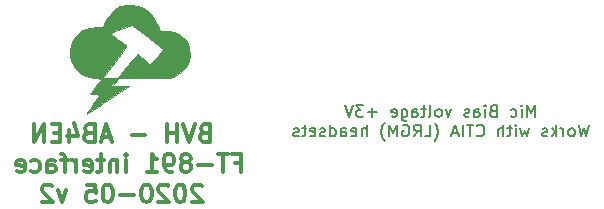
<source format=gbr>
G04 #@! TF.GenerationSoftware,KiCad,Pcbnew,5.1.5-52549c5~86~ubuntu18.04.1*
G04 #@! TF.CreationDate,2020-05-17T18:14:26-04:00*
G04 #@! TF.ProjectId,ft-891-Audio_Interface,66742d38-3931-42d4-9175-64696f5f496e,rev?*
G04 #@! TF.SameCoordinates,Original*
G04 #@! TF.FileFunction,Legend,Bot*
G04 #@! TF.FilePolarity,Positive*
%FSLAX46Y46*%
G04 Gerber Fmt 4.6, Leading zero omitted, Abs format (unit mm)*
G04 Created by KiCad (PCBNEW 5.1.5-52549c5~86~ubuntu18.04.1) date 2020-05-17 18:14:26*
%MOMM*%
%LPD*%
G04 APERTURE LIST*
%ADD10C,0.150000*%
%ADD11C,0.300000*%
%ADD12C,0.010000*%
G04 APERTURE END LIST*
D10*
X145695390Y-111547380D02*
X145695390Y-110547380D01*
X145362057Y-111261666D01*
X145028723Y-110547380D01*
X145028723Y-111547380D01*
X144552533Y-111547380D02*
X144552533Y-110880714D01*
X144552533Y-110547380D02*
X144600152Y-110595000D01*
X144552533Y-110642619D01*
X144504914Y-110595000D01*
X144552533Y-110547380D01*
X144552533Y-110642619D01*
X143647771Y-111499761D02*
X143743009Y-111547380D01*
X143933485Y-111547380D01*
X144028723Y-111499761D01*
X144076342Y-111452142D01*
X144123961Y-111356904D01*
X144123961Y-111071190D01*
X144076342Y-110975952D01*
X144028723Y-110928333D01*
X143933485Y-110880714D01*
X143743009Y-110880714D01*
X143647771Y-110928333D01*
X142123961Y-111023571D02*
X141981104Y-111071190D01*
X141933485Y-111118809D01*
X141885866Y-111214047D01*
X141885866Y-111356904D01*
X141933485Y-111452142D01*
X141981104Y-111499761D01*
X142076342Y-111547380D01*
X142457295Y-111547380D01*
X142457295Y-110547380D01*
X142123961Y-110547380D01*
X142028723Y-110595000D01*
X141981104Y-110642619D01*
X141933485Y-110737857D01*
X141933485Y-110833095D01*
X141981104Y-110928333D01*
X142028723Y-110975952D01*
X142123961Y-111023571D01*
X142457295Y-111023571D01*
X141457295Y-111547380D02*
X141457295Y-110880714D01*
X141457295Y-110547380D02*
X141504914Y-110595000D01*
X141457295Y-110642619D01*
X141409676Y-110595000D01*
X141457295Y-110547380D01*
X141457295Y-110642619D01*
X140552533Y-111547380D02*
X140552533Y-111023571D01*
X140600152Y-110928333D01*
X140695390Y-110880714D01*
X140885866Y-110880714D01*
X140981104Y-110928333D01*
X140552533Y-111499761D02*
X140647771Y-111547380D01*
X140885866Y-111547380D01*
X140981104Y-111499761D01*
X141028723Y-111404523D01*
X141028723Y-111309285D01*
X140981104Y-111214047D01*
X140885866Y-111166428D01*
X140647771Y-111166428D01*
X140552533Y-111118809D01*
X140123961Y-111499761D02*
X140028723Y-111547380D01*
X139838247Y-111547380D01*
X139743009Y-111499761D01*
X139695390Y-111404523D01*
X139695390Y-111356904D01*
X139743009Y-111261666D01*
X139838247Y-111214047D01*
X139981104Y-111214047D01*
X140076342Y-111166428D01*
X140123961Y-111071190D01*
X140123961Y-111023571D01*
X140076342Y-110928333D01*
X139981104Y-110880714D01*
X139838247Y-110880714D01*
X139743009Y-110928333D01*
X138600152Y-110880714D02*
X138362057Y-111547380D01*
X138123961Y-110880714D01*
X137600152Y-111547380D02*
X137695390Y-111499761D01*
X137743009Y-111452142D01*
X137790628Y-111356904D01*
X137790628Y-111071190D01*
X137743009Y-110975952D01*
X137695390Y-110928333D01*
X137600152Y-110880714D01*
X137457295Y-110880714D01*
X137362057Y-110928333D01*
X137314438Y-110975952D01*
X137266819Y-111071190D01*
X137266819Y-111356904D01*
X137314438Y-111452142D01*
X137362057Y-111499761D01*
X137457295Y-111547380D01*
X137600152Y-111547380D01*
X136695390Y-111547380D02*
X136790628Y-111499761D01*
X136838247Y-111404523D01*
X136838247Y-110547380D01*
X136457295Y-110880714D02*
X136076342Y-110880714D01*
X136314438Y-110547380D02*
X136314438Y-111404523D01*
X136266819Y-111499761D01*
X136171580Y-111547380D01*
X136076342Y-111547380D01*
X135314438Y-111547380D02*
X135314438Y-111023571D01*
X135362057Y-110928333D01*
X135457295Y-110880714D01*
X135647771Y-110880714D01*
X135743009Y-110928333D01*
X135314438Y-111499761D02*
X135409676Y-111547380D01*
X135647771Y-111547380D01*
X135743009Y-111499761D01*
X135790628Y-111404523D01*
X135790628Y-111309285D01*
X135743009Y-111214047D01*
X135647771Y-111166428D01*
X135409676Y-111166428D01*
X135314438Y-111118809D01*
X134409676Y-110880714D02*
X134409676Y-111690238D01*
X134457295Y-111785476D01*
X134504914Y-111833095D01*
X134600152Y-111880714D01*
X134743009Y-111880714D01*
X134838247Y-111833095D01*
X134409676Y-111499761D02*
X134504914Y-111547380D01*
X134695390Y-111547380D01*
X134790628Y-111499761D01*
X134838247Y-111452142D01*
X134885866Y-111356904D01*
X134885866Y-111071190D01*
X134838247Y-110975952D01*
X134790628Y-110928333D01*
X134695390Y-110880714D01*
X134504914Y-110880714D01*
X134409676Y-110928333D01*
X133552533Y-111499761D02*
X133647771Y-111547380D01*
X133838247Y-111547380D01*
X133933485Y-111499761D01*
X133981104Y-111404523D01*
X133981104Y-111023571D01*
X133933485Y-110928333D01*
X133838247Y-110880714D01*
X133647771Y-110880714D01*
X133552533Y-110928333D01*
X133504914Y-111023571D01*
X133504914Y-111118809D01*
X133981104Y-111214047D01*
X132314438Y-111166428D02*
X131552533Y-111166428D01*
X131933485Y-111547380D02*
X131933485Y-110785476D01*
X131171580Y-110547380D02*
X130552533Y-110547380D01*
X130885866Y-110928333D01*
X130743009Y-110928333D01*
X130647771Y-110975952D01*
X130600152Y-111023571D01*
X130552533Y-111118809D01*
X130552533Y-111356904D01*
X130600152Y-111452142D01*
X130647771Y-111499761D01*
X130743009Y-111547380D01*
X131028723Y-111547380D01*
X131123961Y-111499761D01*
X131171580Y-111452142D01*
X130266819Y-110547380D02*
X129933485Y-111547380D01*
X129600152Y-110547380D01*
X150243009Y-112197380D02*
X150004914Y-113197380D01*
X149814438Y-112483095D01*
X149623961Y-113197380D01*
X149385866Y-112197380D01*
X148862057Y-113197380D02*
X148957295Y-113149761D01*
X149004914Y-113102142D01*
X149052533Y-113006904D01*
X149052533Y-112721190D01*
X149004914Y-112625952D01*
X148957295Y-112578333D01*
X148862057Y-112530714D01*
X148719200Y-112530714D01*
X148623961Y-112578333D01*
X148576342Y-112625952D01*
X148528723Y-112721190D01*
X148528723Y-113006904D01*
X148576342Y-113102142D01*
X148623961Y-113149761D01*
X148719200Y-113197380D01*
X148862057Y-113197380D01*
X148100152Y-113197380D02*
X148100152Y-112530714D01*
X148100152Y-112721190D02*
X148052533Y-112625952D01*
X148004914Y-112578333D01*
X147909676Y-112530714D01*
X147814438Y-112530714D01*
X147481104Y-113197380D02*
X147481104Y-112197380D01*
X147385866Y-112816428D02*
X147100152Y-113197380D01*
X147100152Y-112530714D02*
X147481104Y-112911666D01*
X146719200Y-113149761D02*
X146623961Y-113197380D01*
X146433485Y-113197380D01*
X146338247Y-113149761D01*
X146290628Y-113054523D01*
X146290628Y-113006904D01*
X146338247Y-112911666D01*
X146433485Y-112864047D01*
X146576342Y-112864047D01*
X146671580Y-112816428D01*
X146719200Y-112721190D01*
X146719200Y-112673571D01*
X146671580Y-112578333D01*
X146576342Y-112530714D01*
X146433485Y-112530714D01*
X146338247Y-112578333D01*
X145195390Y-112530714D02*
X145004914Y-113197380D01*
X144814438Y-112721190D01*
X144623961Y-113197380D01*
X144433485Y-112530714D01*
X144052533Y-113197380D02*
X144052533Y-112530714D01*
X144052533Y-112197380D02*
X144100152Y-112245000D01*
X144052533Y-112292619D01*
X144004914Y-112245000D01*
X144052533Y-112197380D01*
X144052533Y-112292619D01*
X143719200Y-112530714D02*
X143338247Y-112530714D01*
X143576342Y-112197380D02*
X143576342Y-113054523D01*
X143528723Y-113149761D01*
X143433485Y-113197380D01*
X143338247Y-113197380D01*
X143004914Y-113197380D02*
X143004914Y-112197380D01*
X142576342Y-113197380D02*
X142576342Y-112673571D01*
X142623961Y-112578333D01*
X142719200Y-112530714D01*
X142862057Y-112530714D01*
X142957295Y-112578333D01*
X143004914Y-112625952D01*
X140766819Y-113102142D02*
X140814438Y-113149761D01*
X140957295Y-113197380D01*
X141052533Y-113197380D01*
X141195390Y-113149761D01*
X141290628Y-113054523D01*
X141338247Y-112959285D01*
X141385866Y-112768809D01*
X141385866Y-112625952D01*
X141338247Y-112435476D01*
X141290628Y-112340238D01*
X141195390Y-112245000D01*
X141052533Y-112197380D01*
X140957295Y-112197380D01*
X140814438Y-112245000D01*
X140766819Y-112292619D01*
X140481104Y-112197380D02*
X139909676Y-112197380D01*
X140195390Y-113197380D02*
X140195390Y-112197380D01*
X139576342Y-113197380D02*
X139576342Y-112197380D01*
X139147771Y-112911666D02*
X138671580Y-112911666D01*
X139243009Y-113197380D02*
X138909676Y-112197380D01*
X138576342Y-113197380D01*
X137195390Y-113578333D02*
X137243009Y-113530714D01*
X137338247Y-113387857D01*
X137385866Y-113292619D01*
X137433485Y-113149761D01*
X137481104Y-112911666D01*
X137481104Y-112721190D01*
X137433485Y-112483095D01*
X137385866Y-112340238D01*
X137338247Y-112245000D01*
X137243009Y-112102142D01*
X137195390Y-112054523D01*
X136338247Y-113197380D02*
X136814438Y-113197380D01*
X136814438Y-112197380D01*
X135433485Y-113197380D02*
X135766819Y-112721190D01*
X136004914Y-113197380D02*
X136004914Y-112197380D01*
X135623961Y-112197380D01*
X135528723Y-112245000D01*
X135481104Y-112292619D01*
X135433485Y-112387857D01*
X135433485Y-112530714D01*
X135481104Y-112625952D01*
X135528723Y-112673571D01*
X135623961Y-112721190D01*
X136004914Y-112721190D01*
X134481104Y-112245000D02*
X134576342Y-112197380D01*
X134719200Y-112197380D01*
X134862057Y-112245000D01*
X134957295Y-112340238D01*
X135004914Y-112435476D01*
X135052533Y-112625952D01*
X135052533Y-112768809D01*
X135004914Y-112959285D01*
X134957295Y-113054523D01*
X134862057Y-113149761D01*
X134719200Y-113197380D01*
X134623961Y-113197380D01*
X134481104Y-113149761D01*
X134433485Y-113102142D01*
X134433485Y-112768809D01*
X134623961Y-112768809D01*
X134004914Y-113197380D02*
X134004914Y-112197380D01*
X133671580Y-112911666D01*
X133338247Y-112197380D01*
X133338247Y-113197380D01*
X132957295Y-113578333D02*
X132909676Y-113530714D01*
X132814438Y-113387857D01*
X132766819Y-113292619D01*
X132719200Y-113149761D01*
X132671580Y-112911666D01*
X132671580Y-112721190D01*
X132719200Y-112483095D01*
X132766819Y-112340238D01*
X132814438Y-112245000D01*
X132909676Y-112102142D01*
X132957295Y-112054523D01*
X131433485Y-113197380D02*
X131433485Y-112197380D01*
X131004914Y-113197380D02*
X131004914Y-112673571D01*
X131052533Y-112578333D01*
X131147771Y-112530714D01*
X131290628Y-112530714D01*
X131385866Y-112578333D01*
X131433485Y-112625952D01*
X130147771Y-113149761D02*
X130243009Y-113197380D01*
X130433485Y-113197380D01*
X130528723Y-113149761D01*
X130576342Y-113054523D01*
X130576342Y-112673571D01*
X130528723Y-112578333D01*
X130433485Y-112530714D01*
X130243009Y-112530714D01*
X130147771Y-112578333D01*
X130100152Y-112673571D01*
X130100152Y-112768809D01*
X130576342Y-112864047D01*
X129243009Y-113197380D02*
X129243009Y-112673571D01*
X129290628Y-112578333D01*
X129385866Y-112530714D01*
X129576342Y-112530714D01*
X129671580Y-112578333D01*
X129243009Y-113149761D02*
X129338247Y-113197380D01*
X129576342Y-113197380D01*
X129671580Y-113149761D01*
X129719200Y-113054523D01*
X129719200Y-112959285D01*
X129671580Y-112864047D01*
X129576342Y-112816428D01*
X129338247Y-112816428D01*
X129243009Y-112768809D01*
X128338247Y-113197380D02*
X128338247Y-112197380D01*
X128338247Y-113149761D02*
X128433485Y-113197380D01*
X128623961Y-113197380D01*
X128719200Y-113149761D01*
X128766819Y-113102142D01*
X128814438Y-113006904D01*
X128814438Y-112721190D01*
X128766819Y-112625952D01*
X128719200Y-112578333D01*
X128623961Y-112530714D01*
X128433485Y-112530714D01*
X128338247Y-112578333D01*
X127909676Y-113149761D02*
X127814438Y-113197380D01*
X127623961Y-113197380D01*
X127528723Y-113149761D01*
X127481104Y-113054523D01*
X127481104Y-113006904D01*
X127528723Y-112911666D01*
X127623961Y-112864047D01*
X127766819Y-112864047D01*
X127862057Y-112816428D01*
X127909676Y-112721190D01*
X127909676Y-112673571D01*
X127862057Y-112578333D01*
X127766819Y-112530714D01*
X127623961Y-112530714D01*
X127528723Y-112578333D01*
X126671580Y-113149761D02*
X126766819Y-113197380D01*
X126957295Y-113197380D01*
X127052533Y-113149761D01*
X127100152Y-113054523D01*
X127100152Y-112673571D01*
X127052533Y-112578333D01*
X126957295Y-112530714D01*
X126766819Y-112530714D01*
X126671580Y-112578333D01*
X126623961Y-112673571D01*
X126623961Y-112768809D01*
X127100152Y-112864047D01*
X126338247Y-112530714D02*
X125957295Y-112530714D01*
X126195390Y-112197380D02*
X126195390Y-113054523D01*
X126147771Y-113149761D01*
X126052533Y-113197380D01*
X125957295Y-113197380D01*
X125671580Y-113149761D02*
X125576342Y-113197380D01*
X125385866Y-113197380D01*
X125290628Y-113149761D01*
X125243009Y-113054523D01*
X125243009Y-113006904D01*
X125290628Y-112911666D01*
X125385866Y-112864047D01*
X125528723Y-112864047D01*
X125623961Y-112816428D01*
X125671580Y-112721190D01*
X125671580Y-112673571D01*
X125623961Y-112578333D01*
X125528723Y-112530714D01*
X125385866Y-112530714D01*
X125290628Y-112578333D01*
D11*
X117693045Y-112892537D02*
X117478760Y-112963965D01*
X117407331Y-113035394D01*
X117335902Y-113178251D01*
X117335902Y-113392537D01*
X117407331Y-113535394D01*
X117478760Y-113606822D01*
X117621617Y-113678251D01*
X118193045Y-113678251D01*
X118193045Y-112178251D01*
X117693045Y-112178251D01*
X117550188Y-112249680D01*
X117478760Y-112321108D01*
X117407331Y-112463965D01*
X117407331Y-112606822D01*
X117478760Y-112749680D01*
X117550188Y-112821108D01*
X117693045Y-112892537D01*
X118193045Y-112892537D01*
X116907331Y-112178251D02*
X116407331Y-113678251D01*
X115907331Y-112178251D01*
X115407331Y-113678251D02*
X115407331Y-112178251D01*
X115407331Y-112892537D02*
X114550188Y-112892537D01*
X114550188Y-113678251D02*
X114550188Y-112178251D01*
X112693045Y-113106822D02*
X111550188Y-113106822D01*
X109764474Y-113249680D02*
X109050188Y-113249680D01*
X109907331Y-113678251D02*
X109407331Y-112178251D01*
X108907331Y-113678251D01*
X107907331Y-112892537D02*
X107693045Y-112963965D01*
X107621617Y-113035394D01*
X107550188Y-113178251D01*
X107550188Y-113392537D01*
X107621617Y-113535394D01*
X107693045Y-113606822D01*
X107835902Y-113678251D01*
X108407331Y-113678251D01*
X108407331Y-112178251D01*
X107907331Y-112178251D01*
X107764474Y-112249680D01*
X107693045Y-112321108D01*
X107621617Y-112463965D01*
X107621617Y-112606822D01*
X107693045Y-112749680D01*
X107764474Y-112821108D01*
X107907331Y-112892537D01*
X108407331Y-112892537D01*
X106264474Y-112678251D02*
X106264474Y-113678251D01*
X106621617Y-112106822D02*
X106978760Y-113178251D01*
X106050188Y-113178251D01*
X105478760Y-112892537D02*
X104978760Y-112892537D01*
X104764474Y-113678251D02*
X105478760Y-113678251D01*
X105478760Y-112178251D01*
X104764474Y-112178251D01*
X104121617Y-113678251D02*
X104121617Y-112178251D01*
X103264474Y-113678251D01*
X103264474Y-112178251D01*
X120264474Y-115442537D02*
X120764474Y-115442537D01*
X120764474Y-116228251D02*
X120764474Y-114728251D01*
X120050188Y-114728251D01*
X119693045Y-114728251D02*
X118835902Y-114728251D01*
X119264474Y-116228251D02*
X119264474Y-114728251D01*
X118335902Y-115656822D02*
X117193045Y-115656822D01*
X116264474Y-115371108D02*
X116407331Y-115299680D01*
X116478760Y-115228251D01*
X116550188Y-115085394D01*
X116550188Y-115013965D01*
X116478760Y-114871108D01*
X116407331Y-114799680D01*
X116264474Y-114728251D01*
X115978760Y-114728251D01*
X115835902Y-114799680D01*
X115764474Y-114871108D01*
X115693045Y-115013965D01*
X115693045Y-115085394D01*
X115764474Y-115228251D01*
X115835902Y-115299680D01*
X115978760Y-115371108D01*
X116264474Y-115371108D01*
X116407331Y-115442537D01*
X116478760Y-115513965D01*
X116550188Y-115656822D01*
X116550188Y-115942537D01*
X116478760Y-116085394D01*
X116407331Y-116156822D01*
X116264474Y-116228251D01*
X115978760Y-116228251D01*
X115835902Y-116156822D01*
X115764474Y-116085394D01*
X115693045Y-115942537D01*
X115693045Y-115656822D01*
X115764474Y-115513965D01*
X115835902Y-115442537D01*
X115978760Y-115371108D01*
X114978760Y-116228251D02*
X114693045Y-116228251D01*
X114550188Y-116156822D01*
X114478760Y-116085394D01*
X114335902Y-115871108D01*
X114264474Y-115585394D01*
X114264474Y-115013965D01*
X114335902Y-114871108D01*
X114407331Y-114799680D01*
X114550188Y-114728251D01*
X114835902Y-114728251D01*
X114978760Y-114799680D01*
X115050188Y-114871108D01*
X115121617Y-115013965D01*
X115121617Y-115371108D01*
X115050188Y-115513965D01*
X114978760Y-115585394D01*
X114835902Y-115656822D01*
X114550188Y-115656822D01*
X114407331Y-115585394D01*
X114335902Y-115513965D01*
X114264474Y-115371108D01*
X112835902Y-116228251D02*
X113693045Y-116228251D01*
X113264474Y-116228251D02*
X113264474Y-114728251D01*
X113407331Y-114942537D01*
X113550188Y-115085394D01*
X113693045Y-115156822D01*
X111050188Y-116228251D02*
X111050188Y-115228251D01*
X111050188Y-114728251D02*
X111121617Y-114799680D01*
X111050188Y-114871108D01*
X110978760Y-114799680D01*
X111050188Y-114728251D01*
X111050188Y-114871108D01*
X110335902Y-115228251D02*
X110335902Y-116228251D01*
X110335902Y-115371108D02*
X110264474Y-115299680D01*
X110121617Y-115228251D01*
X109907331Y-115228251D01*
X109764474Y-115299680D01*
X109693045Y-115442537D01*
X109693045Y-116228251D01*
X109193045Y-115228251D02*
X108621617Y-115228251D01*
X108978760Y-114728251D02*
X108978760Y-116013965D01*
X108907331Y-116156822D01*
X108764474Y-116228251D01*
X108621617Y-116228251D01*
X107550188Y-116156822D02*
X107693045Y-116228251D01*
X107978760Y-116228251D01*
X108121617Y-116156822D01*
X108193045Y-116013965D01*
X108193045Y-115442537D01*
X108121617Y-115299680D01*
X107978760Y-115228251D01*
X107693045Y-115228251D01*
X107550188Y-115299680D01*
X107478760Y-115442537D01*
X107478760Y-115585394D01*
X108193045Y-115728251D01*
X106835902Y-116228251D02*
X106835902Y-115228251D01*
X106835902Y-115513965D02*
X106764474Y-115371108D01*
X106693045Y-115299680D01*
X106550188Y-115228251D01*
X106407331Y-115228251D01*
X106121617Y-115228251D02*
X105550188Y-115228251D01*
X105907331Y-116228251D02*
X105907331Y-114942537D01*
X105835902Y-114799680D01*
X105693045Y-114728251D01*
X105550188Y-114728251D01*
X104407331Y-116228251D02*
X104407331Y-115442537D01*
X104478760Y-115299680D01*
X104621617Y-115228251D01*
X104907331Y-115228251D01*
X105050188Y-115299680D01*
X104407331Y-116156822D02*
X104550188Y-116228251D01*
X104907331Y-116228251D01*
X105050188Y-116156822D01*
X105121617Y-116013965D01*
X105121617Y-115871108D01*
X105050188Y-115728251D01*
X104907331Y-115656822D01*
X104550188Y-115656822D01*
X104407331Y-115585394D01*
X103050188Y-116156822D02*
X103193045Y-116228251D01*
X103478760Y-116228251D01*
X103621617Y-116156822D01*
X103693045Y-116085394D01*
X103764474Y-115942537D01*
X103764474Y-115513965D01*
X103693045Y-115371108D01*
X103621617Y-115299680D01*
X103478760Y-115228251D01*
X103193045Y-115228251D01*
X103050188Y-115299680D01*
X101835902Y-116156822D02*
X101978760Y-116228251D01*
X102264474Y-116228251D01*
X102407331Y-116156822D01*
X102478760Y-116013965D01*
X102478760Y-115442537D01*
X102407331Y-115299680D01*
X102264474Y-115228251D01*
X101978760Y-115228251D01*
X101835902Y-115299680D01*
X101764474Y-115442537D01*
X101764474Y-115585394D01*
X102478760Y-115728251D01*
X117514474Y-117421108D02*
X117443045Y-117349680D01*
X117300188Y-117278251D01*
X116943045Y-117278251D01*
X116800188Y-117349680D01*
X116728760Y-117421108D01*
X116657331Y-117563965D01*
X116657331Y-117706822D01*
X116728760Y-117921108D01*
X117585902Y-118778251D01*
X116657331Y-118778251D01*
X115728760Y-117278251D02*
X115585902Y-117278251D01*
X115443045Y-117349680D01*
X115371617Y-117421108D01*
X115300188Y-117563965D01*
X115228760Y-117849680D01*
X115228760Y-118206822D01*
X115300188Y-118492537D01*
X115371617Y-118635394D01*
X115443045Y-118706822D01*
X115585902Y-118778251D01*
X115728760Y-118778251D01*
X115871617Y-118706822D01*
X115943045Y-118635394D01*
X116014474Y-118492537D01*
X116085902Y-118206822D01*
X116085902Y-117849680D01*
X116014474Y-117563965D01*
X115943045Y-117421108D01*
X115871617Y-117349680D01*
X115728760Y-117278251D01*
X114657331Y-117421108D02*
X114585902Y-117349680D01*
X114443045Y-117278251D01*
X114085902Y-117278251D01*
X113943045Y-117349680D01*
X113871617Y-117421108D01*
X113800188Y-117563965D01*
X113800188Y-117706822D01*
X113871617Y-117921108D01*
X114728760Y-118778251D01*
X113800188Y-118778251D01*
X112871617Y-117278251D02*
X112728760Y-117278251D01*
X112585902Y-117349680D01*
X112514474Y-117421108D01*
X112443045Y-117563965D01*
X112371617Y-117849680D01*
X112371617Y-118206822D01*
X112443045Y-118492537D01*
X112514474Y-118635394D01*
X112585902Y-118706822D01*
X112728760Y-118778251D01*
X112871617Y-118778251D01*
X113014474Y-118706822D01*
X113085902Y-118635394D01*
X113157331Y-118492537D01*
X113228760Y-118206822D01*
X113228760Y-117849680D01*
X113157331Y-117563965D01*
X113085902Y-117421108D01*
X113014474Y-117349680D01*
X112871617Y-117278251D01*
X111728760Y-118206822D02*
X110585902Y-118206822D01*
X109585902Y-117278251D02*
X109443045Y-117278251D01*
X109300188Y-117349680D01*
X109228760Y-117421108D01*
X109157331Y-117563965D01*
X109085902Y-117849680D01*
X109085902Y-118206822D01*
X109157331Y-118492537D01*
X109228760Y-118635394D01*
X109300188Y-118706822D01*
X109443045Y-118778251D01*
X109585902Y-118778251D01*
X109728760Y-118706822D01*
X109800188Y-118635394D01*
X109871617Y-118492537D01*
X109943045Y-118206822D01*
X109943045Y-117849680D01*
X109871617Y-117563965D01*
X109800188Y-117421108D01*
X109728760Y-117349680D01*
X109585902Y-117278251D01*
X107728760Y-117278251D02*
X108443045Y-117278251D01*
X108514474Y-117992537D01*
X108443045Y-117921108D01*
X108300188Y-117849680D01*
X107943045Y-117849680D01*
X107800188Y-117921108D01*
X107728760Y-117992537D01*
X107657331Y-118135394D01*
X107657331Y-118492537D01*
X107728760Y-118635394D01*
X107800188Y-118706822D01*
X107943045Y-118778251D01*
X108300188Y-118778251D01*
X108443045Y-118706822D01*
X108514474Y-118635394D01*
X106014474Y-117778251D02*
X105657331Y-118778251D01*
X105300188Y-117778251D01*
X104800188Y-117421108D02*
X104728760Y-117349680D01*
X104585902Y-117278251D01*
X104228760Y-117278251D01*
X104085902Y-117349680D01*
X104014474Y-117421108D01*
X103943045Y-117563965D01*
X103943045Y-117706822D01*
X104014474Y-117921108D01*
X104871617Y-118778251D01*
X103943045Y-118778251D01*
D12*
G36*
X111081058Y-102085938D02*
G01*
X110749669Y-102141966D01*
X110570636Y-102196909D01*
X110160031Y-102441289D01*
X109768046Y-102799539D01*
X109446028Y-103219390D01*
X109305138Y-103485156D01*
X109105023Y-103947457D01*
X108639356Y-103949374D01*
X108007947Y-104018656D01*
X107445068Y-104212582D01*
X106974721Y-104518395D01*
X106620905Y-104923338D01*
X106539355Y-105065596D01*
X106401203Y-105466617D01*
X106335126Y-105944737D01*
X106344290Y-106429216D01*
X106431861Y-106849315D01*
X106456635Y-106913680D01*
X106760970Y-107427190D01*
X107185334Y-107830439D01*
X107711354Y-108110730D01*
X108320657Y-108255366D01*
X108410625Y-108263993D01*
X108998639Y-108310680D01*
X108522664Y-108918333D01*
X108313313Y-109190123D01*
X108150900Y-109409583D01*
X108058924Y-109544534D01*
X108046690Y-109570075D01*
X108122819Y-109599966D01*
X108317300Y-109627780D01*
X108466309Y-109639756D01*
X108885928Y-109665347D01*
X108289640Y-110455289D01*
X108058820Y-110766235D01*
X107874617Y-111024309D01*
X107756077Y-111202115D01*
X107721854Y-111271992D01*
X107797222Y-111234706D01*
X107994379Y-111115805D01*
X108294131Y-110927465D01*
X108677281Y-110681862D01*
X109124635Y-110391172D01*
X109528356Y-110126090D01*
X111306356Y-108953426D01*
X110605941Y-108928387D01*
X109905525Y-108903347D01*
X110429685Y-108268347D01*
X112646021Y-108266487D01*
X113323960Y-108265063D01*
X113855229Y-108261049D01*
X114262487Y-108252925D01*
X114568391Y-108239171D01*
X114795602Y-108218264D01*
X114966778Y-108188685D01*
X115104579Y-108148913D01*
X115231664Y-108097426D01*
X115243356Y-108092163D01*
X115756948Y-107776083D01*
X116138457Y-107360824D01*
X116380037Y-106862270D01*
X116473837Y-106296305D01*
X116429625Y-105823246D01*
X114231598Y-105823246D01*
X114081311Y-106012412D01*
X113835374Y-106314942D01*
X113592364Y-106601924D01*
X113377683Y-106844678D01*
X113216733Y-107014521D01*
X113134919Y-107082775D01*
X113133075Y-107083014D01*
X113047913Y-107032563D01*
X112868931Y-106898889D01*
X112631272Y-106708504D01*
X112574828Y-106661830D01*
X112330084Y-106462437D01*
X112137713Y-106313423D01*
X112032302Y-106241379D01*
X112024181Y-106238497D01*
X111959535Y-106300928D01*
X111810488Y-106474461D01*
X111596041Y-106736100D01*
X111335198Y-107062852D01*
X111186371Y-107252347D01*
X110392736Y-108268347D01*
X109714591Y-108268347D01*
X109381446Y-108265881D01*
X109190232Y-108253581D01*
X109113564Y-108224089D01*
X109124058Y-108170050D01*
X109163019Y-108120180D01*
X109329021Y-107918735D01*
X109552088Y-107638113D01*
X109812898Y-107303745D01*
X110092126Y-106941063D01*
X110370450Y-106575497D01*
X110628545Y-106232478D01*
X110847089Y-105937438D01*
X111006756Y-105715807D01*
X111088225Y-105593017D01*
X111094690Y-105577984D01*
X111030638Y-105500789D01*
X110858122Y-105350117D01*
X110606603Y-105150728D01*
X110417356Y-105008680D01*
X110131110Y-104793449D01*
X109904723Y-104614336D01*
X109767509Y-104495049D01*
X109740023Y-104460880D01*
X109815386Y-104416458D01*
X110020229Y-104332881D01*
X110322685Y-104222382D01*
X110666730Y-104105158D01*
X111593436Y-103798999D01*
X112912517Y-104811122D01*
X114231598Y-105823246D01*
X116429625Y-105823246D01*
X116419250Y-105712240D01*
X116332816Y-105412791D01*
X116193022Y-105167653D01*
X115958403Y-104906437D01*
X115925554Y-104874215D01*
X115540125Y-104569417D01*
X115113290Y-104382693D01*
X114601129Y-104298064D01*
X114316864Y-104289014D01*
X114024400Y-104268901D01*
X113895527Y-104208412D01*
X113888623Y-104183180D01*
X113842009Y-103993902D01*
X113719751Y-103716196D01*
X113547976Y-103396974D01*
X113352812Y-103083144D01*
X113160388Y-102821617D01*
X113080523Y-102732340D01*
X112614988Y-102360879D01*
X112088346Y-102140881D01*
X111480392Y-102064136D01*
X111435332Y-102063914D01*
X111081058Y-102085938D01*
G37*
X111081058Y-102085938D02*
X110749669Y-102141966D01*
X110570636Y-102196909D01*
X110160031Y-102441289D01*
X109768046Y-102799539D01*
X109446028Y-103219390D01*
X109305138Y-103485156D01*
X109105023Y-103947457D01*
X108639356Y-103949374D01*
X108007947Y-104018656D01*
X107445068Y-104212582D01*
X106974721Y-104518395D01*
X106620905Y-104923338D01*
X106539355Y-105065596D01*
X106401203Y-105466617D01*
X106335126Y-105944737D01*
X106344290Y-106429216D01*
X106431861Y-106849315D01*
X106456635Y-106913680D01*
X106760970Y-107427190D01*
X107185334Y-107830439D01*
X107711354Y-108110730D01*
X108320657Y-108255366D01*
X108410625Y-108263993D01*
X108998639Y-108310680D01*
X108522664Y-108918333D01*
X108313313Y-109190123D01*
X108150900Y-109409583D01*
X108058924Y-109544534D01*
X108046690Y-109570075D01*
X108122819Y-109599966D01*
X108317300Y-109627780D01*
X108466309Y-109639756D01*
X108885928Y-109665347D01*
X108289640Y-110455289D01*
X108058820Y-110766235D01*
X107874617Y-111024309D01*
X107756077Y-111202115D01*
X107721854Y-111271992D01*
X107797222Y-111234706D01*
X107994379Y-111115805D01*
X108294131Y-110927465D01*
X108677281Y-110681862D01*
X109124635Y-110391172D01*
X109528356Y-110126090D01*
X111306356Y-108953426D01*
X110605941Y-108928387D01*
X109905525Y-108903347D01*
X110429685Y-108268347D01*
X112646021Y-108266487D01*
X113323960Y-108265063D01*
X113855229Y-108261049D01*
X114262487Y-108252925D01*
X114568391Y-108239171D01*
X114795602Y-108218264D01*
X114966778Y-108188685D01*
X115104579Y-108148913D01*
X115231664Y-108097426D01*
X115243356Y-108092163D01*
X115756948Y-107776083D01*
X116138457Y-107360824D01*
X116380037Y-106862270D01*
X116473837Y-106296305D01*
X116429625Y-105823246D01*
X114231598Y-105823246D01*
X114081311Y-106012412D01*
X113835374Y-106314942D01*
X113592364Y-106601924D01*
X113377683Y-106844678D01*
X113216733Y-107014521D01*
X113134919Y-107082775D01*
X113133075Y-107083014D01*
X113047913Y-107032563D01*
X112868931Y-106898889D01*
X112631272Y-106708504D01*
X112574828Y-106661830D01*
X112330084Y-106462437D01*
X112137713Y-106313423D01*
X112032302Y-106241379D01*
X112024181Y-106238497D01*
X111959535Y-106300928D01*
X111810488Y-106474461D01*
X111596041Y-106736100D01*
X111335198Y-107062852D01*
X111186371Y-107252347D01*
X110392736Y-108268347D01*
X109714591Y-108268347D01*
X109381446Y-108265881D01*
X109190232Y-108253581D01*
X109113564Y-108224089D01*
X109124058Y-108170050D01*
X109163019Y-108120180D01*
X109329021Y-107918735D01*
X109552088Y-107638113D01*
X109812898Y-107303745D01*
X110092126Y-106941063D01*
X110370450Y-106575497D01*
X110628545Y-106232478D01*
X110847089Y-105937438D01*
X111006756Y-105715807D01*
X111088225Y-105593017D01*
X111094690Y-105577984D01*
X111030638Y-105500789D01*
X110858122Y-105350117D01*
X110606603Y-105150728D01*
X110417356Y-105008680D01*
X110131110Y-104793449D01*
X109904723Y-104614336D01*
X109767509Y-104495049D01*
X109740023Y-104460880D01*
X109815386Y-104416458D01*
X110020229Y-104332881D01*
X110322685Y-104222382D01*
X110666730Y-104105158D01*
X111593436Y-103798999D01*
X112912517Y-104811122D01*
X114231598Y-105823246D01*
X116429625Y-105823246D01*
X116419250Y-105712240D01*
X116332816Y-105412791D01*
X116193022Y-105167653D01*
X115958403Y-104906437D01*
X115925554Y-104874215D01*
X115540125Y-104569417D01*
X115113290Y-104382693D01*
X114601129Y-104298064D01*
X114316864Y-104289014D01*
X114024400Y-104268901D01*
X113895527Y-104208412D01*
X113888623Y-104183180D01*
X113842009Y-103993902D01*
X113719751Y-103716196D01*
X113547976Y-103396974D01*
X113352812Y-103083144D01*
X113160388Y-102821617D01*
X113080523Y-102732340D01*
X112614988Y-102360879D01*
X112088346Y-102140881D01*
X111480392Y-102064136D01*
X111435332Y-102063914D01*
X111081058Y-102085938D01*
M02*

</source>
